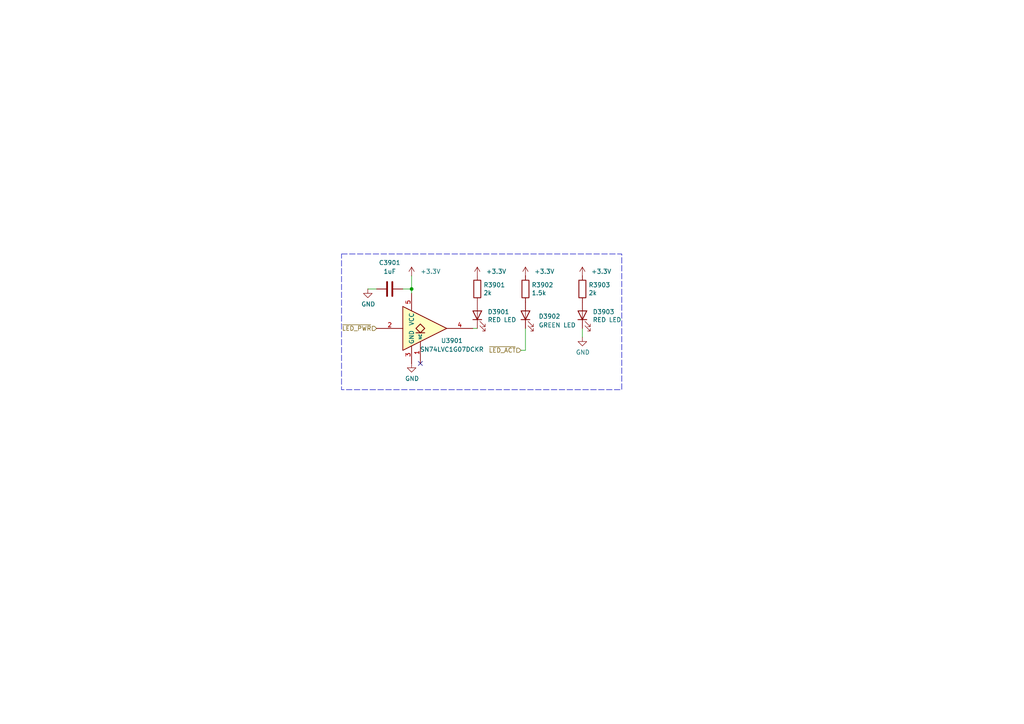
<source format=kicad_sch>
(kicad_sch (version 20250114) (generator "eeschema") (generator_version "9.0")
  (paper "A4")
  (title_block (title "HALPI2") (date "2025-02-26") (rev "v0.1.0") (company "Hat Labs Oy") (comment 1 "https://ohwr.org/cern_ohl_s_v2.pdf") (comment 2 "To view a copy of this license, visit ") (comment 3 "HALPI2 is licensed under CERN-OHL-S v2."))
  (lib_symbols
    (symbol "74xGxx:74LVC1G07"
      (property "Reference" "U" (at 0 7.62 0))
      (property "Value" "74LVC1G07" (at 3.81 -7.62 0))
      (symbol "74LVC1G07_0_1"
        (polyline (pts (xy -7.62 6.35) (xy -7.62 -6.35) (xy 5.08 0) (xy -7.62 6.35)) (stroke (width 0.254)) (fill (type background)))
        (polyline (pts (xy -3.81 -1.27) (xy -1.27 -1.27)) (stroke (width 0.254)) (fill (type background)))
        (polyline (pts (xy -2.54 1.27) (xy -3.81 0) (xy -2.54 -1.27) (xy -1.27 0) (xy -2.54 1.27)) (stroke (width 0.254)) (fill (type background)))
      )
      (symbol "74LVC1G07_1_1"
        (pin input line (at -15.24 0 0) (length 7.62) (name "~") (number "2"))
        (pin power_in line (at -5.08 10.16 270) (length 5.08) (name "VCC") (number "5"))
        (pin power_in line (at -5.08 -10.16 90) (length 5.08) (name "GND") (number "3"))
        (pin free line (at -2.54 -10.16 90) (length 6.35) (name "NC") (number "1"))
        (pin open_collector line (at 12.7 0 180) (length 7.62) (name "~") (number "4"))
      )
    )
    (symbol "Device:C" (pin_numbers (hide yes)) (pin_names (offset 0.254))
      (property "Reference" "C" (at 0.635 2.54 0))
      (property "Value" "C" (at 0.635 -2.54 0))
      (symbol "C_0_1"
        (polyline (pts (xy -2.032 0.762) (xy 2.032 0.762)) (stroke (width 0.508)))
        (polyline (pts (xy -2.032 -0.762) (xy 2.032 -0.762)) (stroke (width 0.508)))
      )
      (symbol "C_1_1"
        (pin passive line (at 0 3.81 270) (length 2.794) (name "~") (number "1"))
        (pin passive line (at 0 -3.81 90) (length 2.794) (name "~") (number "2"))
      )
    )
    (symbol "Device:LED" (pin_numbers (hide yes)) (pin_names (offset 1.016) (hide yes))
      (property "Reference" "D" (at 0 2.54 0))
      (property "Value" "LED" (at 0 -2.54 0))
      (symbol "LED_0_1"
        (polyline (pts (xy -3.048 -0.762) (xy -4.572 -2.286) (xy -3.81 -2.286) (xy -4.572 -2.286) (xy -4.572 -1.524)))
        (polyline (pts (xy -1.778 -0.762) (xy -3.302 -2.286) (xy -2.54 -2.286) (xy -3.302 -2.286) (xy -3.302 -1.524)))
        (polyline (pts (xy -1.27 0) (xy 1.27 0)))
        (polyline (pts (xy -1.27 -1.27) (xy -1.27 1.27)) (stroke (width 0.254)))
        (polyline (pts (xy 1.27 -1.27) (xy 1.27 1.27) (xy -1.27 0) (xy 1.27 -1.27)) (stroke (width 0.254)))
      )
      (symbol "LED_1_1"
        (pin passive line (at -3.81 0 0) (length 2.54) (name "K") (number "1"))
        (pin passive line (at 3.81 0 180) (length 2.54) (name "A") (number "2"))
      )
    )
    (symbol "Device:R" (pin_numbers (hide yes)) (pin_names (offset 0))
      (property "Reference" "R" (at 2.032 0 90))
      (property "Value" "R" (at 0 0 90))
      (symbol "R_0_1"
        (rectangle (start -1.016 -2.54) (end 1.016 2.54) (stroke (width 0.254)))
      )
      (symbol "R_1_1"
        (pin passive line (at 0 3.81 270) (length 1.27) (name "~") (number "1"))
        (pin passive line (at 0 -3.81 90) (length 1.27) (name "~") (number "2"))
      )
    )
    (symbol "power:+3.3V" (power) (pin_numbers (hide yes)) (pin_names (offset 0) (hide yes))
      (property "Value" "+3.3V" (at 0 3.556 0))
      (symbol "+3.3V_0_1"
        (polyline (pts (xy -0.762 1.27) (xy 0 2.54)))
        (polyline (pts (xy 0 2.54) (xy 0.762 1.27)))
        (polyline (pts (xy 0 0) (xy 0 2.54)))
      )
      (symbol "+3.3V_1_1"
        (pin power_in line (at 0 0 90) (length 0) (name "~") (number "1"))
      )
    )
    (symbol "power:GND" (power) (pin_numbers (hide yes)) (pin_names (offset 0) (hide yes))
      (property "Value" "GND" (at 0 -3.81 0))
      (symbol "GND_0_1"
        (polyline (pts (xy 0 0) (xy 0 -1.27) (xy 1.27 -1.27) (xy 0 -2.54) (xy -1.27 -1.27) (xy 0 -1.27)))
      )
      (symbol "GND_1_1"
        (pin power_in line (at 0 0 270) (length 0) (name "~") (number "1"))
      )
    )
  )
  (rectangle (start 99.06 73.66) (end 180.34 113.03) (stroke (width 0) (type dash)))
  (junction (at 119.38 83.82))
  (no_connect (at 121.92 105.41))
  (wire (pts (xy 168.91 95.25) (xy 168.91 97.79)))
  (wire (pts (xy 137.16 95.25) (xy 138.43 95.25)))
  (wire (pts (xy 119.38 83.82) (xy 119.38 85.09)))
  (wire (pts (xy 151.13 101.6) (xy 152.4 101.6)))
  (wire (pts (xy 109.22 83.82) (xy 106.68 83.82)))
  (wire (pts (xy 116.84 83.82) (xy 119.38 83.82)))
  (wire (pts (xy 152.4 101.6) (xy 152.4 95.25)))
  (wire (pts (xy 119.38 80.01) (xy 119.38 83.82)))
  (hierarchical_label "~{LED_PWR}" (shape input) (at 109.22 95.25 180))
  (hierarchical_label "~{LED_ACT}" (shape input) (at 151.13 101.6 180))
  (symbol (lib_id "power:+3.3V") (at 168.91 80.01 0) (unit 1)
    (property "Reference" "#PWR03907" (effects (hide yes)))
    (property "Value" "+3.3V" (at 171.45 78.7399 0) (effects (justify left)))
    (property "Description" "Power symbol creates a global label with name \"+3.3V\"" (effects (hide yes)))
  )
  (symbol (lib_id "Device:R") (at 168.91 83.82 0) (unit 1)
    (property "Reference" "R3903" (at 170.688 82.6516 0) (effects (justify left)))
    (property "Value" "2k" (at 170.688 84.963 0) (effects (justify left)))
    (property "Footprint" "Resistor_SMD:R_0402_1005Metric" (effects (hide yes)))
    (property "Description" "Resistor" (effects (hide yes)))
    (property "LCSC" "C4109" (effects (hide yes)))
  )
  (symbol (lib_id "Device:LED") (at 152.4 91.44 90) (unit 1)
    (property "Reference" "D3902" (at 156.21 91.7574 90) (effects (justify right)))
    (property "Value" "GREEN LED" (at 156.21 94.2974 90) (effects (justify right)))
    (property "Footprint" "LED_SMD:LED_0603_1608Metric" (effects (hide yes)))
    (property "Description" "Light emitting diode" (effects (hide yes)))
    (property "LCSC" "C965804" (effects (hide yes)))
    (property "Sim.Pins" "1=K 2=A" (effects (hide yes)))
  )
  (symbol (lib_id "power:GND") (at 106.68 83.82 0) (unit 1)
    (property "Reference" "#PWR03901" (effects (hide yes)))
    (property "Value" "GND" (at 106.807 88.2142 0))
    (property "Description" "Power symbol creates a global label with name \"GND\" , ground" (effects (hide yes)))
  )
  (symbol (lib_id "Device:LED") (at 168.91 91.44 90) (unit 1)
    (property "Reference" "D3903" (at 171.9072 90.4494 90) (effects (justify right)))
    (property "Value" "RED LED" (at 171.9072 92.7608 90) (effects (justify right)))
    (property "Footprint" "LED_SMD:LED_0603_1608Metric" (effects (hide yes)))
    (property "Description" "Light emitting diode" (effects (hide yes)))
    (property "LCSC" "C2286" (effects (hide yes)))
    (property "Sim.Pins" "1=K 2=A" (effects (hide yes)))
  )
  (symbol (lib_id "Device:LED") (at 138.43 91.44 90) (unit 1)
    (property "Reference" "D3901" (at 141.4272 90.4494 90) (effects (justify right)))
    (property "Value" "RED LED" (at 141.4272 92.7608 90) (effects (justify right)))
    (property "Footprint" "LED_SMD:LED_0603_1608Metric" (effects (hide yes)))
    (property "Description" "Light emitting diode" (effects (hide yes)))
    (property "LCSC" "C2286" (effects (hide yes)))
    (property "Sim.Pins" "1=K 2=A" (effects (hide yes)))
  )
  (symbol (lib_id "power:+3.3V") (at 138.43 80.01 0) (unit 1)
    (property "Reference" "#PWR03904" (effects (hide yes)))
    (property "Value" "+3.3V" (at 140.97 78.7399 0) (effects (justify left)))
    (property "Description" "Power symbol creates a global label with name \"+3.3V\"" (effects (hide yes)))
  )
  (symbol (lib_id "74xGxx:74LVC1G07") (at 124.46 95.25 0) (unit 1)
    (property "Reference" "U3901" (at 131.064 98.806 0))
    (property "Value" "SN74LVC1G07DCKR" (at 131.064 101.346 0))
    (property "Footprint" "Package_TO_SOT_SMD:SOT-353_SC-70-5" (effects (hide yes)))
    (property "Datasheet" "https://www.ti.com/lit/ds/symlink/sn74lvc1g07.pdf" (effects (hide yes)))
    (property "Description" "Single Buffer Gate, Open Drain, Low-Voltage CMOS" (effects (hide yes)))
    (property "LCSC" "C7830" (effects (hide yes)))
    (property "JLCPCB_CORRECTION" "0;0;180" (effects (hide yes)))
  )
  (symbol (lib_id "power:+3.3V") (at 119.38 80.01 0) (mirror y) (unit 1)
    (property "Reference" "#PWR03902" (effects (hide yes)))
    (property "Value" "+3.3V" (at 121.92 78.7399 0) (effects (justify right)))
    (property "Description" "Power symbol creates a global label with name \"+3.3V\"" (effects (hide yes)))
  )
  (symbol (lib_id "Device:R") (at 138.43 83.82 0) (unit 1)
    (property "Reference" "R3901" (at 140.208 82.6516 0) (effects (justify left)))
    (property "Value" "2k" (at 140.208 84.963 0) (effects (justify left)))
    (property "Footprint" "Resistor_SMD:R_0402_1005Metric" (effects (hide yes)))
    (property "Description" "Resistor" (effects (hide yes)))
    (property "LCSC" "C4109" (effects (hide yes)))
  )
  (symbol (lib_id "power:+3.3V") (at 152.4 80.01 0) (unit 1)
    (property "Reference" "#PWR03905" (effects (hide yes)))
    (property "Value" "+3.3V" (at 154.94 78.7399 0) (effects (justify left)))
    (property "Description" "Power symbol creates a global label with name \"+3.3V\"" (effects (hide yes)))
  )
  (symbol (lib_id "Device:R") (at 152.4 83.82 0) (unit 1)
    (property "Reference" "R3902" (at 154.178 82.6516 0) (effects (justify left)))
    (property "Value" "1.5k" (at 154.178 84.963 0) (effects (justify left)))
    (property "Footprint" "Resistor_SMD:R_0402_1005Metric" (effects (hide yes)))
    (property "Description" "Resistor" (effects (hide yes)))
    (property "LCSC" "C25867" (effects (hide yes)))
  )
  (symbol (lib_id "Device:C") (at 113.03 83.82 270) (mirror x) (unit 1)
    (property "Reference" "C3901" (at 113.03 76.2 90))
    (property "Value" "1uF" (at 113.03 78.74 90))
    (property "Footprint" "Capacitor_SMD:C_0402_1005Metric" (effects (hide yes)))
    (property "Description" "Unpolarized capacitor" (effects (hide yes)))
    (property "LCSC" "C52923" (effects (hide yes)))
  )
  (symbol (lib_id "power:GND") (at 168.91 97.79 0) (unit 1)
    (property "Reference" "#PWR03906" (effects (hide yes)))
    (property "Value" "GND" (at 169.037 102.1842 0))
    (property "Description" "Power symbol creates a global label with name \"GND\" , ground" (effects (hide yes)))
  )
  (symbol (lib_id "power:GND") (at 119.38 105.41 0) (unit 1)
    (property "Reference" "#PWR03903" (effects (hide yes)))
    (property "Value" "GND" (at 119.507 109.8042 0))
    (property "Description" "Power symbol creates a global label with name \"GND\" , ground" (effects (hide yes)))
  )
)
</source>
